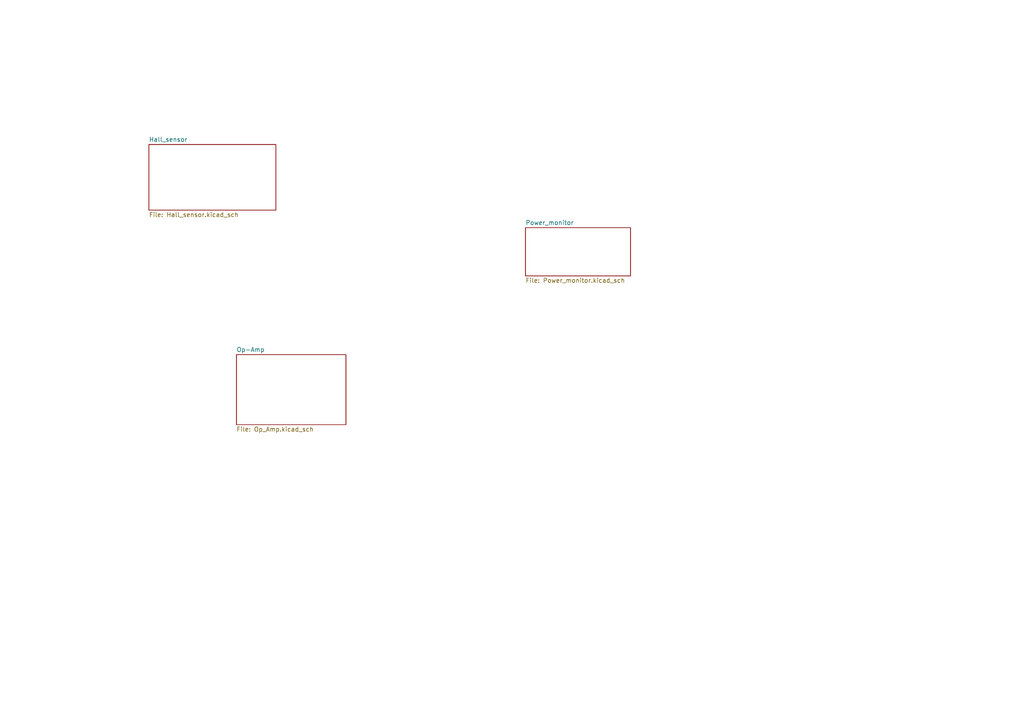
<source format=kicad_sch>
(kicad_sch
	(version 20250114)
	(generator "eeschema")
	(generator_version "9.0")
	(uuid "675e5d84-1c6e-4074-a535-1e0901f84ac2")
	(paper "A4")
	(lib_symbols)
	(sheet
		(at 43.18 41.91)
		(size 36.83 19.05)
		(exclude_from_sim no)
		(in_bom yes)
		(on_board yes)
		(dnp no)
		(fields_autoplaced yes)
		(stroke
			(width 0.1524)
			(type solid)
		)
		(fill
			(color 0 0 0 0.0000)
		)
		(uuid "706cb68e-b065-4c40-b835-aed69b6b2b05")
		(property "Sheetname" "Hall_sensor"
			(at 43.18 41.1984 0)
			(effects
				(font
					(size 1.27 1.27)
				)
				(justify left bottom)
			)
		)
		(property "Sheetfile" "Hall_sensor.kicad_sch"
			(at 43.18 61.5446 0)
			(effects
				(font
					(size 1.27 1.27)
				)
				(justify left top)
			)
		)
		(instances
			(project "Current_Sensing_Architectures"
				(path "/675e5d84-1c6e-4074-a535-1e0901f84ac2"
					(page "2")
				)
			)
		)
	)
	(sheet
		(at 68.58 102.87)
		(size 31.75 20.32)
		(exclude_from_sim no)
		(in_bom yes)
		(on_board yes)
		(dnp no)
		(fields_autoplaced yes)
		(stroke
			(width 0.1524)
			(type solid)
		)
		(fill
			(color 0 0 0 0.0000)
		)
		(uuid "a0963833-79e7-4750-993b-d7f7c9b9a9d5")
		(property "Sheetname" "Op-Amp"
			(at 68.58 102.1584 0)
			(effects
				(font
					(size 1.27 1.27)
				)
				(justify left bottom)
			)
		)
		(property "Sheetfile" "Op_Amp.kicad_sch"
			(at 68.58 123.7746 0)
			(effects
				(font
					(size 1.27 1.27)
				)
				(justify left top)
			)
		)
		(property "Field2" ""
			(at 68.58 102.87 0)
			(effects
				(font
					(size 1.27 1.27)
				)
			)
		)
		(instances
			(project "Current_Sensing_Architectures"
				(path "/675e5d84-1c6e-4074-a535-1e0901f84ac2"
					(page "3")
				)
			)
		)
	)
	(sheet
		(at 152.4 66.04)
		(size 30.48 13.97)
		(exclude_from_sim no)
		(in_bom yes)
		(on_board yes)
		(dnp no)
		(fields_autoplaced yes)
		(stroke
			(width 0.1524)
			(type solid)
		)
		(fill
			(color 0 0 0 0.0000)
		)
		(uuid "f79faa22-a066-4bf1-9d92-cbded29eb004")
		(property "Sheetname" "Power_monitor"
			(at 152.4 65.3284 0)
			(effects
				(font
					(size 1.27 1.27)
				)
				(justify left bottom)
			)
		)
		(property "Sheetfile" "Power_monitor.kicad_sch"
			(at 152.4 80.5946 0)
			(effects
				(font
					(size 1.27 1.27)
				)
				(justify left top)
			)
		)
		(property "Field2" ""
			(at 152.4 66.04 0)
			(effects
				(font
					(size 1.27 1.27)
				)
			)
		)
		(instances
			(project "Current_Sensing_Architectures"
				(path "/675e5d84-1c6e-4074-a535-1e0901f84ac2"
					(page "4")
				)
			)
		)
	)
	(sheet_instances
		(path "/"
			(page "1")
		)
	)
	(embedded_fonts no)
)

</source>
